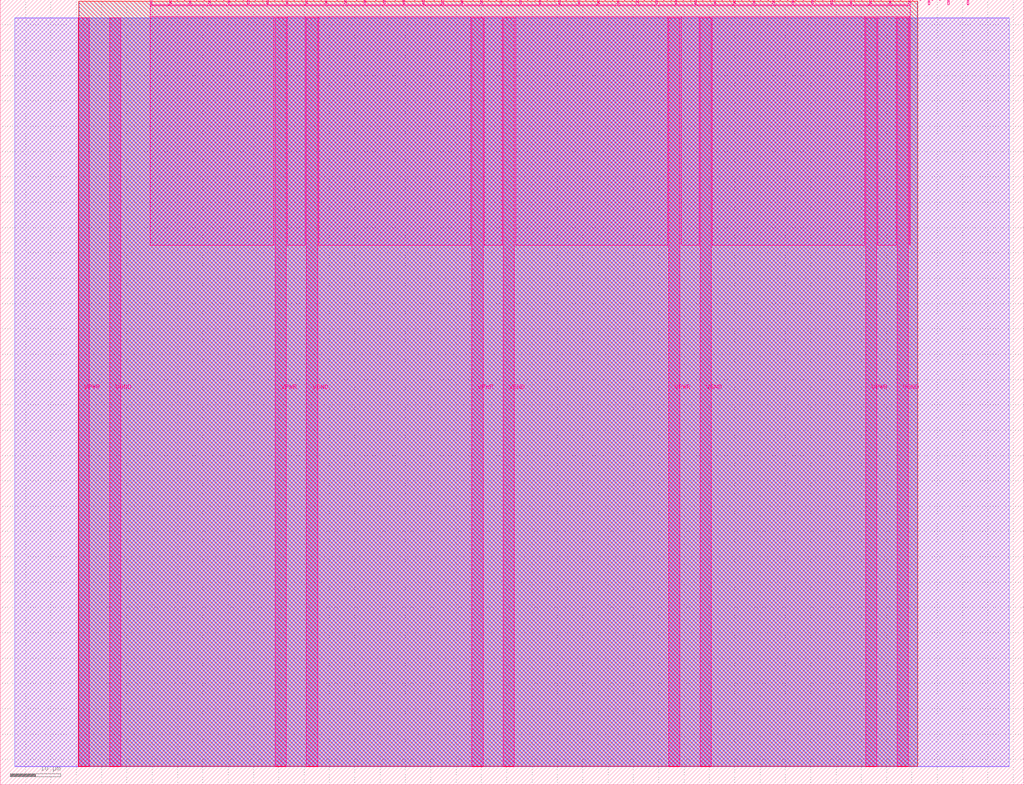
<source format=lef>
VERSION 5.7 ;
  NOWIREEXTENSIONATPIN ON ;
  DIVIDERCHAR "/" ;
  BUSBITCHARS "[]" ;
MACRO tt_um_A_6_array_multiplier
  CLASS BLOCK ;
  FOREIGN tt_um_A_6_array_multiplier ;
  ORIGIN 0.000 0.000 ;
  SIZE 202.080 BY 154.980 ;
  PIN VGND
    DIRECTION INOUT ;
    USE GROUND ;
    PORT
      LAYER Metal5 ;
        RECT 21.580 3.560 23.780 151.420 ;
    END
    PORT
      LAYER Metal5 ;
        RECT 60.450 3.560 62.650 151.420 ;
    END
    PORT
      LAYER Metal5 ;
        RECT 99.320 3.560 101.520 151.420 ;
    END
    PORT
      LAYER Metal5 ;
        RECT 138.190 3.560 140.390 151.420 ;
    END
    PORT
      LAYER Metal5 ;
        RECT 177.060 3.560 179.260 151.420 ;
    END
  END VGND
  PIN VPWR
    DIRECTION INOUT ;
    USE POWER ;
    PORT
      LAYER Metal5 ;
        RECT 15.380 3.560 17.580 151.420 ;
    END
    PORT
      LAYER Metal5 ;
        RECT 54.250 3.560 56.450 151.420 ;
    END
    PORT
      LAYER Metal5 ;
        RECT 93.120 3.560 95.320 151.420 ;
    END
    PORT
      LAYER Metal5 ;
        RECT 131.990 3.560 134.190 151.420 ;
    END
    PORT
      LAYER Metal5 ;
        RECT 170.860 3.560 173.060 151.420 ;
    END
  END VPWR
  PIN clk
    DIRECTION INPUT ;
    USE SIGNAL ;
    PORT
      LAYER Metal5 ;
        RECT 187.050 153.980 187.350 154.980 ;
    END
  END clk
  PIN ena
    DIRECTION INPUT ;
    USE SIGNAL ;
    PORT
      LAYER Metal5 ;
        RECT 190.890 153.980 191.190 154.980 ;
    END
  END ena
  PIN rst_n
    DIRECTION INPUT ;
    USE SIGNAL ;
    PORT
      LAYER Metal5 ;
        RECT 183.210 153.980 183.510 154.980 ;
    END
  END rst_n
  PIN ui_in[0]
    DIRECTION INPUT ;
    USE SIGNAL ;
    ANTENNAGATEAREA 0.180700 ;
    PORT
      LAYER Metal5 ;
        RECT 179.370 153.980 179.670 154.980 ;
    END
  END ui_in[0]
  PIN ui_in[1]
    DIRECTION INPUT ;
    USE SIGNAL ;
    ANTENNAGATEAREA 0.180700 ;
    PORT
      LAYER Metal5 ;
        RECT 175.530 153.980 175.830 154.980 ;
    END
  END ui_in[1]
  PIN ui_in[2]
    DIRECTION INPUT ;
    USE SIGNAL ;
    ANTENNAGATEAREA 0.213200 ;
    PORT
      LAYER Metal5 ;
        RECT 171.690 153.980 171.990 154.980 ;
    END
  END ui_in[2]
  PIN ui_in[3]
    DIRECTION INPUT ;
    USE SIGNAL ;
    ANTENNAGATEAREA 0.213200 ;
    PORT
      LAYER Metal5 ;
        RECT 167.850 153.980 168.150 154.980 ;
    END
  END ui_in[3]
  PIN ui_in[4]
    DIRECTION INPUT ;
    USE SIGNAL ;
    ANTENNAGATEAREA 0.213200 ;
    PORT
      LAYER Metal5 ;
        RECT 164.010 153.980 164.310 154.980 ;
    END
  END ui_in[4]
  PIN ui_in[5]
    DIRECTION INPUT ;
    USE SIGNAL ;
    ANTENNAGATEAREA 0.180700 ;
    PORT
      LAYER Metal5 ;
        RECT 160.170 153.980 160.470 154.980 ;
    END
  END ui_in[5]
  PIN ui_in[6]
    DIRECTION INPUT ;
    USE SIGNAL ;
    ANTENNAGATEAREA 0.213200 ;
    PORT
      LAYER Metal5 ;
        RECT 156.330 153.980 156.630 154.980 ;
    END
  END ui_in[6]
  PIN ui_in[7]
    DIRECTION INPUT ;
    USE SIGNAL ;
    ANTENNAGATEAREA 0.213200 ;
    PORT
      LAYER Metal5 ;
        RECT 152.490 153.980 152.790 154.980 ;
    END
  END ui_in[7]
  PIN uio_in[0]
    DIRECTION INPUT ;
    USE SIGNAL ;
    PORT
      LAYER Metal5 ;
        RECT 148.650 153.980 148.950 154.980 ;
    END
  END uio_in[0]
  PIN uio_in[1]
    DIRECTION INPUT ;
    USE SIGNAL ;
    PORT
      LAYER Metal5 ;
        RECT 144.810 153.980 145.110 154.980 ;
    END
  END uio_in[1]
  PIN uio_in[2]
    DIRECTION INPUT ;
    USE SIGNAL ;
    PORT
      LAYER Metal5 ;
        RECT 140.970 153.980 141.270 154.980 ;
    END
  END uio_in[2]
  PIN uio_in[3]
    DIRECTION INPUT ;
    USE SIGNAL ;
    PORT
      LAYER Metal5 ;
        RECT 137.130 153.980 137.430 154.980 ;
    END
  END uio_in[3]
  PIN uio_in[4]
    DIRECTION INPUT ;
    USE SIGNAL ;
    PORT
      LAYER Metal5 ;
        RECT 133.290 153.980 133.590 154.980 ;
    END
  END uio_in[4]
  PIN uio_in[5]
    DIRECTION INPUT ;
    USE SIGNAL ;
    PORT
      LAYER Metal5 ;
        RECT 129.450 153.980 129.750 154.980 ;
    END
  END uio_in[5]
  PIN uio_in[6]
    DIRECTION INPUT ;
    USE SIGNAL ;
    PORT
      LAYER Metal5 ;
        RECT 125.610 153.980 125.910 154.980 ;
    END
  END uio_in[6]
  PIN uio_in[7]
    DIRECTION INPUT ;
    USE SIGNAL ;
    PORT
      LAYER Metal5 ;
        RECT 121.770 153.980 122.070 154.980 ;
    END
  END uio_in[7]
  PIN uio_oe[0]
    DIRECTION OUTPUT ;
    USE SIGNAL ;
    ANTENNADIFFAREA 0.299200 ;
    PORT
      LAYER Metal5 ;
        RECT 56.490 153.980 56.790 154.980 ;
    END
  END uio_oe[0]
  PIN uio_oe[1]
    DIRECTION OUTPUT ;
    USE SIGNAL ;
    ANTENNADIFFAREA 0.299200 ;
    PORT
      LAYER Metal5 ;
        RECT 52.650 153.980 52.950 154.980 ;
    END
  END uio_oe[1]
  PIN uio_oe[2]
    DIRECTION OUTPUT ;
    USE SIGNAL ;
    ANTENNADIFFAREA 0.299200 ;
    PORT
      LAYER Metal5 ;
        RECT 48.810 153.980 49.110 154.980 ;
    END
  END uio_oe[2]
  PIN uio_oe[3]
    DIRECTION OUTPUT ;
    USE SIGNAL ;
    ANTENNADIFFAREA 0.299200 ;
    PORT
      LAYER Metal5 ;
        RECT 44.970 153.980 45.270 154.980 ;
    END
  END uio_oe[3]
  PIN uio_oe[4]
    DIRECTION OUTPUT ;
    USE SIGNAL ;
    ANTENNADIFFAREA 0.299200 ;
    PORT
      LAYER Metal5 ;
        RECT 41.130 153.980 41.430 154.980 ;
    END
  END uio_oe[4]
  PIN uio_oe[5]
    DIRECTION OUTPUT ;
    USE SIGNAL ;
    ANTENNADIFFAREA 0.299200 ;
    PORT
      LAYER Metal5 ;
        RECT 37.290 153.980 37.590 154.980 ;
    END
  END uio_oe[5]
  PIN uio_oe[6]
    DIRECTION OUTPUT ;
    USE SIGNAL ;
    ANTENNADIFFAREA 0.299200 ;
    PORT
      LAYER Metal5 ;
        RECT 33.450 153.980 33.750 154.980 ;
    END
  END uio_oe[6]
  PIN uio_oe[7]
    DIRECTION OUTPUT ;
    USE SIGNAL ;
    ANTENNADIFFAREA 0.299200 ;
    PORT
      LAYER Metal5 ;
        RECT 29.610 153.980 29.910 154.980 ;
    END
  END uio_oe[7]
  PIN uio_out[0]
    DIRECTION OUTPUT ;
    USE SIGNAL ;
    ANTENNADIFFAREA 0.299200 ;
    PORT
      LAYER Metal5 ;
        RECT 87.210 153.980 87.510 154.980 ;
    END
  END uio_out[0]
  PIN uio_out[1]
    DIRECTION OUTPUT ;
    USE SIGNAL ;
    ANTENNADIFFAREA 0.299200 ;
    PORT
      LAYER Metal5 ;
        RECT 83.370 153.980 83.670 154.980 ;
    END
  END uio_out[1]
  PIN uio_out[2]
    DIRECTION OUTPUT ;
    USE SIGNAL ;
    ANTENNADIFFAREA 0.299200 ;
    PORT
      LAYER Metal5 ;
        RECT 79.530 153.980 79.830 154.980 ;
    END
  END uio_out[2]
  PIN uio_out[3]
    DIRECTION OUTPUT ;
    USE SIGNAL ;
    ANTENNADIFFAREA 0.299200 ;
    PORT
      LAYER Metal5 ;
        RECT 75.690 153.980 75.990 154.980 ;
    END
  END uio_out[3]
  PIN uio_out[4]
    DIRECTION OUTPUT ;
    USE SIGNAL ;
    ANTENNADIFFAREA 0.299200 ;
    PORT
      LAYER Metal5 ;
        RECT 71.850 153.980 72.150 154.980 ;
    END
  END uio_out[4]
  PIN uio_out[5]
    DIRECTION OUTPUT ;
    USE SIGNAL ;
    ANTENNADIFFAREA 0.299200 ;
    PORT
      LAYER Metal5 ;
        RECT 68.010 153.980 68.310 154.980 ;
    END
  END uio_out[5]
  PIN uio_out[6]
    DIRECTION OUTPUT ;
    USE SIGNAL ;
    ANTENNADIFFAREA 0.299200 ;
    PORT
      LAYER Metal5 ;
        RECT 64.170 153.980 64.470 154.980 ;
    END
  END uio_out[6]
  PIN uio_out[7]
    DIRECTION OUTPUT ;
    USE SIGNAL ;
    ANTENNADIFFAREA 0.299200 ;
    PORT
      LAYER Metal5 ;
        RECT 60.330 153.980 60.630 154.980 ;
    END
  END uio_out[7]
  PIN uo_out[0]
    DIRECTION OUTPUT ;
    USE SIGNAL ;
    ANTENNAGATEAREA 0.241800 ;
    ANTENNADIFFAREA 0.706800 ;
    PORT
      LAYER Metal5 ;
        RECT 117.930 153.980 118.230 154.980 ;
    END
  END uo_out[0]
  PIN uo_out[1]
    DIRECTION OUTPUT ;
    USE SIGNAL ;
    ANTENNADIFFAREA 0.654800 ;
    PORT
      LAYER Metal5 ;
        RECT 114.090 153.980 114.390 154.980 ;
    END
  END uo_out[1]
  PIN uo_out[2]
    DIRECTION OUTPUT ;
    USE SIGNAL ;
    ANTENNADIFFAREA 0.654800 ;
    PORT
      LAYER Metal5 ;
        RECT 110.250 153.980 110.550 154.980 ;
    END
  END uo_out[2]
  PIN uo_out[3]
    DIRECTION OUTPUT ;
    USE SIGNAL ;
    ANTENNADIFFAREA 0.654800 ;
    PORT
      LAYER Metal5 ;
        RECT 106.410 153.980 106.710 154.980 ;
    END
  END uo_out[3]
  PIN uo_out[4]
    DIRECTION OUTPUT ;
    USE SIGNAL ;
    ANTENNADIFFAREA 0.654800 ;
    PORT
      LAYER Metal5 ;
        RECT 102.570 153.980 102.870 154.980 ;
    END
  END uo_out[4]
  PIN uo_out[5]
    DIRECTION OUTPUT ;
    USE SIGNAL ;
    ANTENNADIFFAREA 0.654800 ;
    PORT
      LAYER Metal5 ;
        RECT 98.730 153.980 99.030 154.980 ;
    END
  END uo_out[5]
  PIN uo_out[6]
    DIRECTION OUTPUT ;
    USE SIGNAL ;
    ANTENNADIFFAREA 0.654800 ;
    PORT
      LAYER Metal5 ;
        RECT 94.890 153.980 95.190 154.980 ;
    END
  END uo_out[6]
  PIN uo_out[7]
    DIRECTION OUTPUT ;
    USE SIGNAL ;
    ANTENNADIFFAREA 0.654800 ;
    PORT
      LAYER Metal5 ;
        RECT 91.050 153.980 91.350 154.980 ;
    END
  END uo_out[7]
  OBS
      LAYER GatPoly ;
        RECT 2.880 3.630 199.200 151.350 ;
      LAYER Metal1 ;
        RECT 2.880 3.560 199.200 151.420 ;
      LAYER Metal2 ;
        RECT 15.515 3.680 181.105 151.300 ;
      LAYER Metal3 ;
        RECT 15.560 3.635 181.060 154.705 ;
      LAYER Metal4 ;
        RECT 15.515 3.680 181.105 154.660 ;
      LAYER Metal5 ;
        RECT 30.120 153.770 33.240 153.980 ;
        RECT 33.960 153.770 37.080 153.980 ;
        RECT 37.800 153.770 40.920 153.980 ;
        RECT 41.640 153.770 44.760 153.980 ;
        RECT 45.480 153.770 48.600 153.980 ;
        RECT 49.320 153.770 52.440 153.980 ;
        RECT 53.160 153.770 56.280 153.980 ;
        RECT 57.000 153.770 60.120 153.980 ;
        RECT 60.840 153.770 63.960 153.980 ;
        RECT 64.680 153.770 67.800 153.980 ;
        RECT 68.520 153.770 71.640 153.980 ;
        RECT 72.360 153.770 75.480 153.980 ;
        RECT 76.200 153.770 79.320 153.980 ;
        RECT 80.040 153.770 83.160 153.980 ;
        RECT 83.880 153.770 87.000 153.980 ;
        RECT 87.720 153.770 90.840 153.980 ;
        RECT 91.560 153.770 94.680 153.980 ;
        RECT 95.400 153.770 98.520 153.980 ;
        RECT 99.240 153.770 102.360 153.980 ;
        RECT 103.080 153.770 106.200 153.980 ;
        RECT 106.920 153.770 110.040 153.980 ;
        RECT 110.760 153.770 113.880 153.980 ;
        RECT 114.600 153.770 117.720 153.980 ;
        RECT 118.440 153.770 121.560 153.980 ;
        RECT 122.280 153.770 125.400 153.980 ;
        RECT 126.120 153.770 129.240 153.980 ;
        RECT 129.960 153.770 133.080 153.980 ;
        RECT 133.800 153.770 136.920 153.980 ;
        RECT 137.640 153.770 140.760 153.980 ;
        RECT 141.480 153.770 144.600 153.980 ;
        RECT 145.320 153.770 148.440 153.980 ;
        RECT 149.160 153.770 152.280 153.980 ;
        RECT 153.000 153.770 156.120 153.980 ;
        RECT 156.840 153.770 159.960 153.980 ;
        RECT 160.680 153.770 163.800 153.980 ;
        RECT 164.520 153.770 167.640 153.980 ;
        RECT 168.360 153.770 171.480 153.980 ;
        RECT 172.200 153.770 175.320 153.980 ;
        RECT 176.040 153.770 179.160 153.980 ;
        RECT 29.660 151.630 179.620 153.770 ;
        RECT 29.660 106.535 54.040 151.630 ;
        RECT 56.660 106.535 60.240 151.630 ;
        RECT 62.860 106.535 92.910 151.630 ;
        RECT 95.530 106.535 99.110 151.630 ;
        RECT 101.730 106.535 131.780 151.630 ;
        RECT 134.400 106.535 137.980 151.630 ;
        RECT 140.600 106.535 170.650 151.630 ;
        RECT 173.270 106.535 176.850 151.630 ;
        RECT 179.470 106.535 179.620 151.630 ;
  END
END tt_um_A_6_array_multiplier
END LIBRARY


</source>
